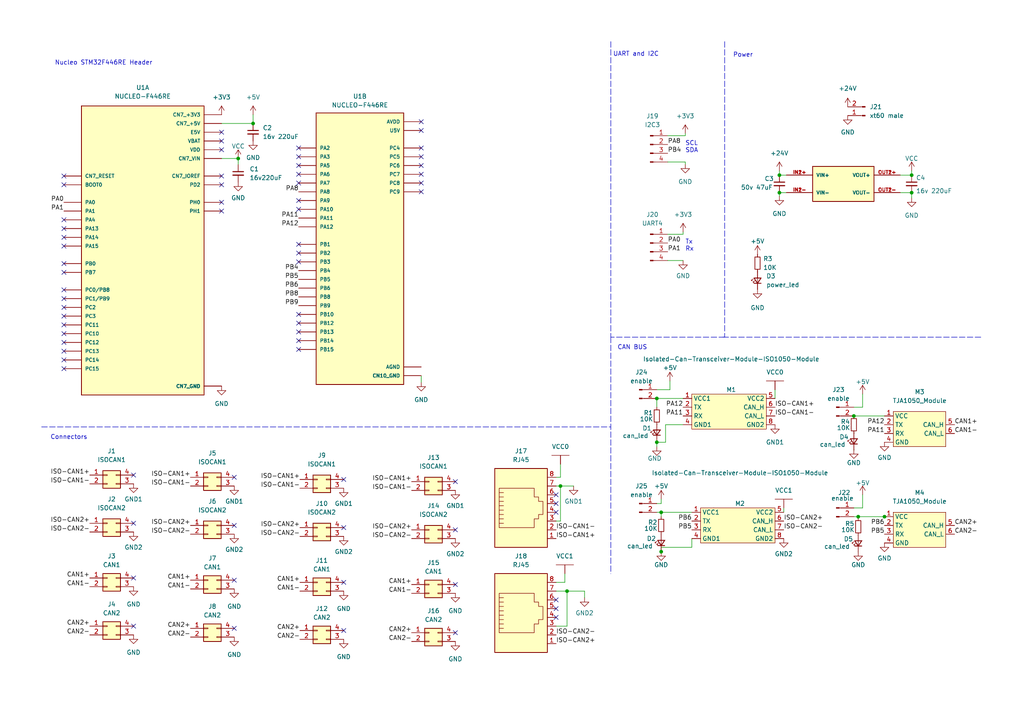
<source format=kicad_sch>
(kicad_sch (version 20211123) (generator eeschema)
  (paper "A4")
  (lib_symbols
    (symbol "Connector:Conn_01x02_Male" (pin_names (offset 1.016) hide)
      (property "Reference" "J" (at 0 2.54 0))
      (property "Value" "Conn_01x02_Male" (at 0 -5.08 0))
      (symbol "Conn_01x02_Male_1_1"
        (polyline (pts (xy 1.27 -2.54) (xy 0.8636 -2.54)) (stroke (width 0.1524)))
        (polyline (pts (xy 1.27 0) (xy 0.8636 0)) (stroke (width 0.1524)))
        (rectangle (start 0.8636 -2.413) (end 0 -2.667) (stroke (width 0.1524)) (fill (type outline)))
        (rectangle (start 0.8636 0.127) (end 0 -0.127) (stroke (width 0.1524)) (fill (type outline)))
        (pin passive line (at 5.08 0 180) (length 3.81) (name "Pin_1") (number "1"))
        (pin passive line (at 5.08 -2.54 180) (length 3.81) (name "Pin_2") (number "2"))
      )
    )
    (symbol "Connector:Conn_01x04_Male" (pin_names (offset 1.016) hide)
      (property "Reference" "J" (at 0 5.08 0))
      (property "Value" "Conn_01x04_Male" (at 0 -7.62 0))
      (symbol "Conn_01x04_Male_1_1"
        (polyline (pts (xy 1.27 -5.08) (xy 0.8636 -5.08)) (stroke (width 0.1524)))
        (polyline (pts (xy 1.27 -2.54) (xy 0.8636 -2.54)) (stroke (width 0.1524)))
        (polyline (pts (xy 1.27 0) (xy 0.8636 0)) (stroke (width 0.1524)))
        (polyline (pts (xy 1.27 2.54) (xy 0.8636 2.54)) (stroke (width 0.1524)))
        (rectangle (start 0.8636 -4.953) (end 0 -5.207) (stroke (width 0.1524)) (fill (type outline)))
        (rectangle (start 0.8636 -2.413) (end 0 -2.667) (stroke (width 0.1524)) (fill (type outline)))
        (rectangle (start 0.8636 0.127) (end 0 -0.127) (stroke (width 0.1524)) (fill (type outline)))
        (rectangle (start 0.8636 2.667) (end 0 2.413) (stroke (width 0.1524)) (fill (type outline)))
        (pin passive line (at 5.08 2.54 180) (length 3.81) (name "Pin_1") (number "1"))
        (pin passive line (at 5.08 0 180) (length 3.81) (name "Pin_2") (number "2"))
        (pin passive line (at 5.08 -2.54 180) (length 3.81) (name "Pin_3") (number "3"))
        (pin passive line (at 5.08 -5.08 180) (length 3.81) (name "Pin_4") (number "4"))
      )
    )
    (symbol "Connector:RJ45" (pin_names (offset 1.016))
      (property "Reference" "J" (at -5.08 13.97 0))
      (property "Value" "RJ45" (at 2.54 13.97 0))
      (symbol "RJ45_0_1"
        (polyline (pts (xy -5.08 4.445) (xy -6.35 4.445)))
        (polyline (pts (xy -5.08 5.715) (xy -6.35 5.715)))
        (polyline (pts (xy -6.35 -3.175) (xy -5.08 -3.175) (xy -5.08 -3.175)))
        (polyline (pts (xy -6.35 -1.905) (xy -5.08 -1.905) (xy -5.08 -1.905)))
        (polyline (pts (xy -6.35 -0.635) (xy -5.08 -0.635) (xy -5.08 -0.635)))
        (polyline (pts (xy -6.35 0.635) (xy -5.08 0.635) (xy -5.08 0.635)))
        (polyline (pts (xy -6.35 1.905) (xy -5.08 1.905) (xy -5.08 1.905)))
        (polyline (pts (xy -5.08 3.175) (xy -6.35 3.175) (xy -6.35 3.175)))
        (polyline (pts (xy -6.35 -4.445) (xy -6.35 6.985) (xy 3.81 6.985) (xy 3.81 4.445) (xy 5.08 4.445) (xy 5.08 3.175) (xy 6.35 3.175) (xy 6.35 -0.635) (xy 5.08 -0.635) (xy 5.08 -1.905) (xy 3.81 -1.905) (xy 3.81 -4.445) (xy -6.35 -4.445) (xy -6.35 -4.445)))
        (rectangle (start 7.62 12.7) (end -7.62 -10.16) (stroke (width 0.254)) (fill (type background)))
      )
      (symbol "RJ45_1_1"
        (pin passive line (at 10.16 -7.62 180) (length 2.54) (name "~") (number "1"))
        (pin passive line (at 10.16 -5.08 180) (length 2.54) (name "~") (number "2"))
        (pin passive line (at 10.16 -2.54 180) (length 2.54) (name "~") (number "3"))
        (pin passive line (at 10.16 0 180) (length 2.54) (name "~") (number "4"))
        (pin passive line (at 10.16 2.54 180) (length 2.54) (name "~") (number "5"))
        (pin passive line (at 10.16 5.08 180) (length 2.54) (name "~") (number "6"))
        (pin passive line (at 10.16 7.62 180) (length 2.54) (name "~") (number "7"))
        (pin passive line (at 10.16 10.16 180) (length 2.54) (name "~") (number "8"))
      )
    )
    (symbol "Connector_Generic:Conn_02x02_Counter_Clockwise" (pin_names (offset 1.016) hide)
      (property "Reference" "J" (at 1.27 2.54 0))
      (property "Value" "Conn_02x02_Counter_Clockwise" (at 1.27 -5.08 0))
      (symbol "Conn_02x02_Counter_Clockwise_1_1"
        (rectangle (start -1.27 -2.413) (end 0 -2.667) (stroke (width 0.1524)))
        (rectangle (start -1.27 0.127) (end 0 -0.127) (stroke (width 0.1524)))
        (rectangle (start -1.27 1.27) (end 3.81 -3.81) (stroke (width 0.254)) (fill (type background)))
        (rectangle (start 3.81 -2.413) (end 2.54 -2.667) (stroke (width 0.1524)))
        (rectangle (start 3.81 0.127) (end 2.54 -0.127) (stroke (width 0.1524)))
        (pin passive line (at -5.08 0 0) (length 3.81) (name "Pin_1") (number "1"))
        (pin passive line (at -5.08 -2.54 0) (length 3.81) (name "Pin_2") (number "2"))
        (pin passive line (at 7.62 -2.54 180) (length 3.81) (name "Pin_3") (number "3"))
        (pin passive line (at 7.62 0 180) (length 3.81) (name "Pin_4") (number "4"))
      )
    )
    (symbol "Device:C_Small" (pin_numbers hide) (pin_names (offset 0.254) hide)
      (property "Reference" "C" (at 0.254 1.778 0))
      (property "Value" "C_Small" (at 0.254 -2.032 0))
      (symbol "C_Small_0_1"
        (polyline (pts (xy -1.524 -0.508) (xy 1.524 -0.508)) (stroke (width 0.3302)))
        (polyline (pts (xy -1.524 0.508) (xy 1.524 0.508)) (stroke (width 0.3048)))
      )
      (symbol "C_Small_1_1"
        (pin passive line (at 0 2.54 270) (length 2.032) (name "~") (number "1"))
        (pin passive line (at 0 -2.54 90) (length 2.032) (name "~") (number "2"))
      )
    )
    (symbol "Device:LED_Small" (pin_numbers hide) (pin_names (offset 0.254) hide)
      (property "Reference" "D" (at -1.27 3.175 0))
      (property "Value" "LED_Small" (at -4.445 -2.54 0))
      (symbol "LED_Small_0_1"
        (polyline (pts (xy -0.762 -1.016) (xy -0.762 1.016)) (stroke (width 0.254)))
        (polyline (pts (xy 1.016 0) (xy -0.762 0)))
        (polyline (pts (xy 0.762 -1.016) (xy -0.762 0) (xy 0.762 1.016) (xy 0.762 -1.016)) (stroke (width 0.254)))
        (polyline (pts (xy 0 0.762) (xy -0.508 1.27) (xy -0.254 1.27) (xy -0.508 1.27) (xy -0.508 1.016)))
        (polyline (pts (xy 0.508 1.27) (xy 0 1.778) (xy 0.254 1.778) (xy 0 1.778) (xy 0 1.524)))
      )
      (symbol "LED_Small_1_1"
        (pin passive line (at -2.54 0 0) (length 1.778) (name "K") (number "1"))
        (pin passive line (at 2.54 0 180) (length 1.778) (name "A") (number "2"))
      )
    )
    (symbol "Device:R_Small" (pin_numbers hide) (pin_names (offset 0.254) hide)
      (property "Reference" "R" (at 0.762 0.508 0))
      (property "Value" "R_Small" (at 0.762 -1.016 0))
      (symbol "R_Small_0_1"
        (rectangle (start -0.762 1.778) (end 0.762 -1.778) (stroke (width 0.2032)))
      )
      (symbol "R_Small_1_1"
        (pin passive line (at 0 2.54 270) (length 0.762) (name "~") (number "1"))
        (pin passive line (at 0 -2.54 90) (length 0.762) (name "~") (number "2"))
      )
    )
    (symbol "GND2_1" (power) (pin_names (offset 0)) (in_bom no)
      (property "Value" "GND2" (at 0 -4.445 0))
      (symbol "GND2_1_0_1"
        (polyline (pts (xy 0 0) (xy 0 -1.27) (xy 1.27 -1.27) (xy 0 -2.54) (xy -1.27 -1.27) (xy 0 -1.27)))
      )
      (symbol "GND2_1_1_1"
        (pin power_in line (at 0 0 270) (length 0) hide (name "GND2") (number "1"))
      )
    )
    (symbol "PolyuRobotics:Isolated-Can-Transceiver-Module-ISO1050-Module"
      (property "Reference" "M" (at -10.16 7.62 0))
      (property "Value" "Isolated-Can-Transceiver-Module-ISO1050-Module" (at 0 -6.35 0))
      (property "Footprint" "PolyuRobotics:Isolated-Can-Transceiver-Module-ISO1050-Module" (at -1.27 -8.89 0))
      (symbol "Isolated-Can-Transceiver-Module-ISO1050-Module_0_0"
        (text "" (at -1.27 5.08 0) (effects (font (size 1.27 1.27))))
      )
      (symbol "Isolated-Can-Transceiver-Module-ISO1050-Module_0_1"
        (rectangle (start -11.43 6.35) (end 10.16 -3.81) (fill (type background)))
        (rectangle (start -7.62 6.35) (end -7.62 6.35))
      )
      (symbol "Isolated-Can-Transceiver-Module-ISO1050-Module_1_1"
        (pin power_in line (at -13.97 5.08 0) (length 2.54) (name "VCC1") (number "1"))
        (pin bidirectional line (at -13.97 2.54 0) (length 2.54) (name "TX") (number "2"))
        (pin bidirectional line (at -13.97 0 0) (length 2.54) (name "RX") (number "3"))
        (pin power_in line (at -13.97 -2.54 0) (length 2.54) (name "GND1") (number "4"))
        (pin power_in line (at 12.7 5.08 180) (length 2.54) (name "VCC2") (number "5"))
        (pin bidirectional line (at 12.7 2.54 180) (length 2.54) (name "CAN_H") (number "6"))
        (pin bidirectional line (at 12.7 0 180) (length 2.54) (name "CAN_L") (number "7"))
        (pin power_in line (at 12.7 -2.54 180) (length 2.54) (name "GND2") (number "8"))
      )
    )
    (symbol "PolyuRobotics:MP1584" (pin_names (offset 1.016))
      (symbol "MP1584_0_0"
        (rectangle (start -7.62 -5.08) (end 10.16 5.08) (stroke (width 0.254)) (fill (type background)))
        (pin input line (at -15.24 2.54 0) (length 7.62) (name "VIN+") (number "IN1+"))
        (pin input line (at -15.24 -2.54 0) (length 7.62) (name "VIN-") (number "IN1-"))
        (pin input line (at -15.24 2.54 0) (length 7.62) (name "VIN+") (number "IN2+"))
        (pin input line (at -15.24 -2.54 0) (length 7.62) (name "VIN-") (number "IN2-"))
        (pin output line (at 17.78 2.54 180) (length 7.62) (name "VOUT+") (number "OUT1+"))
        (pin output line (at 17.78 -2.54 180) (length 7.62) (name "VOUT-") (number "OUT1-"))
        (pin output line (at 17.78 2.54 180) (length 7.62) (name "VOUT+") (number "OUT2+"))
        (pin output line (at 17.78 -2.54 180) (length 7.62) (name "VOUT-") (number "OUT2-"))
      )
    )
    (symbol "PolyuRobotics:NUCLEO-F446RE" (pin_numbers hide) (pin_names (offset 1.016))
      (property "Reference" "U" (at -17.78 41.91 0))
      (property "Value" "NUCLEO-F446RE" (at -17.78 -44.45 0))
      (symbol "NUCLEO-F446RE_1_0"
        (rectangle (start -17.78 -43.18) (end 17.78 40.64) (stroke (width 0.254)) (fill (type background)))
        (pin bidirectional line (at -22.86 -25.4 0) (length 5.08) (name "PC10") (number "CN7_1"))
        (pin bidirectional line (at 22.86 20.32 180) (length 5.08) (name "CN7_IOREF") (number "CN7_12"))
        (pin bidirectional line (at -22.86 5.08 0) (length 5.08) (name "PA13") (number "CN7_13"))
        (pin bidirectional line (at -22.86 20.32 0) (length 5.08) (name "CN7_RESET") (number "CN7_14"))
        (pin bidirectional line (at -22.86 2.54 0) (length 5.08) (name "PA14") (number "CN7_15"))
        (pin power_in line (at 22.86 38.1 180) (length 5.08) (name "CN7_+3V3") (number "CN7_16"))
        (pin bidirectional line (at -22.86 0 0) (length 5.08) (name "PA15") (number "CN7_17"))
        (pin power_in line (at 22.86 35.56 180) (length 5.08) (name "CN7_+5V") (number "CN7_18"))
        (pin power_in line (at 22.86 -40.64 180) (length 5.08) (name "CN7_GND") (number "CN7_19"))
        (pin bidirectional line (at -22.86 -22.86 0) (length 5.08) (name "PC11") (number "CN7_2"))
        (pin power_in line (at 22.86 -40.64 180) (length 5.08) (name "CN7_GND") (number "CN7_20"))
        (pin bidirectional line (at -22.86 -7.62 0) (length 5.08) (name "PB7") (number "CN7_21"))
        (pin power_in line (at 22.86 -40.64 180) (length 5.08) (name "CN7_GND") (number "CN7_22"))
        (pin bidirectional line (at -22.86 -30.48 0) (length 5.08) (name "PC13") (number "CN7_23"))
        (pin power_in line (at 22.86 25.4 180) (length 5.08) (name "CN7_VIN") (number "CN7_24"))
        (pin bidirectional line (at -22.86 -33.02 0) (length 5.08) (name "PC14") (number "CN7_25"))
        (pin bidirectional line (at -22.86 -35.56 0) (length 5.08) (name "PC15") (number "CN7_27"))
        (pin bidirectional line (at -22.86 12.7 0) (length 5.08) (name "PA0") (number "CN7_28"))
        (pin bidirectional line (at 22.86 12.7 180) (length 5.08) (name "PH0") (number "CN7_29"))
        (pin bidirectional line (at -22.86 -27.94 0) (length 5.08) (name "PC12") (number "CN7_3"))
        (pin bidirectional line (at -22.86 10.16 0) (length 5.08) (name "PA1") (number "CN7_30"))
        (pin bidirectional line (at 22.86 10.16 180) (length 5.08) (name "PH1") (number "CN7_31"))
        (pin bidirectional line (at -22.86 7.62 0) (length 5.08) (name "PA4") (number "CN7_32"))
        (pin power_in line (at 22.86 30.48 180) (length 5.08) (name "VBAT") (number "CN7_33"))
        (pin bidirectional line (at -22.86 -5.08 0) (length 5.08) (name "PB0") (number "CN7_34"))
        (pin bidirectional line (at -22.86 -17.78 0) (length 5.08) (name "PC2") (number "CN7_35"))
        (pin bidirectional line (at -22.86 -15.24 0) (length 5.08) (name "PC1/PB9") (number "CN7_36"))
        (pin bidirectional line (at -22.86 -20.32 0) (length 5.08) (name "PC3") (number "CN7_37"))
        (pin bidirectional line (at -22.86 -12.7 0) (length 5.08) (name "PC0/PB8") (number "CN7_38"))
        (pin bidirectional line (at 22.86 17.78 180) (length 5.08) (name "PD2") (number "CN7_4"))
        (pin power_in line (at 22.86 27.94 180) (length 5.08) (name "VDD") (number "CN7_5"))
        (pin power_in line (at 22.86 33.02 180) (length 5.08) (name "E5V") (number "CN7_6"))
        (pin bidirectional line (at -22.86 17.78 0) (length 5.08) (name "BOOT0") (number "CN7_7"))
        (pin power_in line (at 22.86 -40.64 180) (length 5.08) (name "CN7_GND") (number "CN7_8"))
      )
      (symbol "NUCLEO-F446RE_2_0"
        (rectangle (start -12.7 -40.64) (end 12.7 38.1) (stroke (width 0.254)) (fill (type background)))
        (pin bidirectional line (at 17.78 15.24 180) (length 5.08) (name "PC9") (number "CN10_1"))
        (pin bidirectional line (at -17.78 22.86 0) (length 5.08) (name "PA5") (number "CN10_11"))
        (pin bidirectional line (at -17.78 5.08 0) (length 5.08) (name "PA12") (number "CN10_12"))
        (pin bidirectional line (at -17.78 20.32 0) (length 5.08) (name "PA6") (number "CN10_13"))
        (pin bidirectional line (at -17.78 7.62 0) (length 5.08) (name "PA11") (number "CN10_14"))
        (pin bidirectional line (at -17.78 17.78 0) (length 5.08) (name "PA7") (number "CN10_15"))
        (pin bidirectional line (at -17.78 -22.86 0) (length 5.08) (name "PB12") (number "CN10_16"))
        (pin bidirectional line (at -17.78 -12.7 0) (length 5.08) (name "PB6") (number "CN10_17"))
        (pin bidirectional line (at 17.78 20.32 180) (length 5.08) (name "PC7") (number "CN10_19"))
        (pin bidirectional line (at 17.78 17.78 180) (length 5.08) (name "PC8") (number "CN10_2"))
        (pin power_in line (at 17.78 -38.1 180) (length 5.08) (name "CN10_GND") (number "CN10_20"))
        (pin bidirectional line (at -17.78 12.7 0) (length 5.08) (name "PA9") (number "CN10_21"))
        (pin bidirectional line (at -17.78 -2.54 0) (length 5.08) (name "PB2") (number "CN10_22"))
        (pin bidirectional line (at -17.78 15.24 0) (length 5.08) (name "PA8") (number "CN10_23"))
        (pin bidirectional line (at -17.78 0 0) (length 5.08) (name "PB1") (number "CN10_24"))
        (pin bidirectional line (at -17.78 -20.32 0) (length 5.08) (name "PB10") (number "CN10_25"))
        (pin bidirectional line (at -17.78 -30.48 0) (length 5.08) (name "PB15") (number "CN10_26"))
        (pin bidirectional line (at -17.78 -7.62 0) (length 5.08) (name "PB4") (number "CN10_27"))
        (pin bidirectional line (at -17.78 -27.94 0) (length 5.08) (name "PB14") (number "CN10_28"))
        (pin bidirectional line (at -17.78 -10.16 0) (length 5.08) (name "PB5") (number "CN10_29"))
        (pin bidirectional line (at -17.78 -15.24 0) (length 5.08) (name "PB8") (number "CN10_3"))
        (pin bidirectional line (at -17.78 -25.4 0) (length 5.08) (name "PB13") (number "CN10_30"))
        (pin bidirectional line (at -17.78 -5.08 0) (length 5.08) (name "PB3") (number "CN10_31"))
        (pin power_in line (at 17.78 -35.56 180) (length 5.08) (name "AGND") (number "CN10_32"))
        (pin bidirectional line (at -17.78 10.16 0) (length 5.08) (name "PA10") (number "CN10_33"))
        (pin bidirectional line (at 17.78 27.94 180) (length 5.08) (name "PC4") (number "CN10_34"))
        (pin bidirectional line (at -17.78 27.94 0) (length 5.08) (name "PA2") (number "CN10_35"))
        (pin bidirectional line (at -17.78 25.4 0) (length 5.08) (name "PA3") (number "CN10_37"))
        (pin bidirectional line (at 17.78 22.86 180) (length 5.08) (name "PC6") (number "CN10_4"))
        (pin bidirectional line (at -17.78 -17.78 0) (length 5.08) (name "PB9") (number "CN10_5"))
        (pin bidirectional line (at 17.78 25.4 180) (length 5.08) (name "PC5") (number "CN10_6"))
        (pin power_in line (at 17.78 35.56 180) (length 5.08) (name "AVDD") (number "CN10_7"))
        (pin power_in line (at 17.78 33.02 180) (length 5.08) (name "U5V") (number "CN10_8"))
        (pin power_in line (at 17.78 -38.1 180) (length 5.08) (name "CN10_GND") (number "CN10_9"))
      )
    )
    (symbol "PolyuRobotics:TJA1050_Module"
      (property "Reference" "M" (at 0 7.62 0))
      (property "Value" "TJA1050_Module" (at 0 -5.08 0))
      (symbol "TJA1050_Module_0_0"
        (text "" (at 7.62 0 0) (effects (font (size 1.27 1.27))))
      )
      (symbol "TJA1050_Module_0_1"
        (rectangle (start -7.62 6.35) (end 7.62 -3.81) (fill (type background)))
      )
      (symbol "TJA1050_Module_1_1"
        (pin power_in line (at -10.16 5.08 0) (length 2.54) (name "VCC") (number "1"))
        (pin bidirectional line (at -10.16 2.54 0) (length 2.54) (name "TX") (number "2"))
        (pin bidirectional line (at -10.16 0 0) (length 2.54) (name "RX") (number "3"))
        (pin power_in line (at -10.16 -2.54 0) (length 2.54) (name "GND") (number "4"))
        (pin bidirectional line (at 10.16 2.54 180) (length 2.54) (name "CAN_H") (number "5"))
        (pin bidirectional line (at 10.16 0 180) (length 2.54) (name "CAN_L") (number "6"))
      )
    )
    (symbol "PolyuRobotics:VCC0" (power) (in_bom no)
      (property "Value" "VCC0" (at 0 3.81 0))
      (symbol "VCC0_0_1"
        (polyline (pts (xy -2.54 2.54) (xy 2.54 2.54) (xy 1.27 2.54)))
      )
      (symbol "VCC0_1_1"
        (pin power_in line (at 0 0 90) (length 2.54) (name "") (number ""))
      )
    )
    (symbol "PolyuRobotics:VCC1" (power) (in_bom no)
      (property "Value" "VCC1" (at 0 3.81 0))
      (symbol "VCC1_0_1"
        (polyline (pts (xy -2.54 2.54) (xy 2.54 2.54) (xy 1.27 2.54)))
      )
      (symbol "VCC1_1_1"
        (pin power_in line (at 0 0 90) (length 2.54) (name "") (number ""))
      )
    )
    (symbol "TJA1050_Module_1"
      (property "Reference" "M" (at 0 7.62 0))
      (property "Value" "TJA1050_Module_1" (at 0 -5.08 0))
      (symbol "TJA1050_Module_1_0_0"
        (text "" (at 7.62 0 0) (effects (font (size 1.27 1.27))))
      )
      (symbol "TJA1050_Module_1_0_1"
        (rectangle (start -7.62 6.35) (end 7.62 -3.81) (fill (type background)))
      )
      (symbol "TJA1050_Module_1_1_1"
        (pin power_in line (at -10.16 5.08 0) (length 2.54) (name "VCC") (number "1"))
        (pin bidirectional line (at -10.16 2.54 0) (length 2.54) (name "TX") (number "2"))
        (pin bidirectional line (at -10.16 0 0) (length 2.54) (name "RX") (number "3"))
        (pin power_in line (at -10.16 -2.54 0) (length 2.54) (name "GND") (number "4"))
        (pin bidirectional line (at 10.16 2.54 180) (length 2.54) (name "CAN_H") (number "5"))
        (pin bidirectional line (at 10.16 0 180) (length 2.54) (name "CAN_L") (number "6"))
      )
    )
    (symbol "power:+24V" (power) (pin_names (offset 0))
      (property "Value" "+24V" (at 0 3.556 0))
      (symbol "+24V_0_1"
        (polyline (pts (xy -0.762 1.27) (xy 0 2.54)))
        (polyline (pts (xy 0 0) (xy 0 2.54)))
        (polyline (pts (xy 0 2.54) (xy 0.762 1.27)))
      )
      (symbol "+24V_1_1"
        (pin power_in line (at 0 0 90) (length 0) hide (name "+24V") (number "1"))
      )
    )
    (symbol "power:+3.3V" (power) (pin_names (offset 0))
      (property "Value" "+3.3V" (at 0 3.556 0))
      (symbol "+3.3V_0_1"
        (polyline (pts (xy -0.762 1.27) (xy 0 2.54)))
        (polyline (pts (xy 0 0) (xy 0 2.54)))
        (polyline (pts (xy 0 2.54) (xy 0.762 1.27)))
      )
      (symbol "+3.3V_1_1"
        (pin power_in line (at 0 0 90) (length 0) hide (name "+3V3") (number "1"))
      )
    )
    (symbol "power:+5V" (power) (pin_names (offset 0))
      (property "Value" "+5V" (at 0 3.556 0))
      (symbol "+5V_0_1"
        (polyline (pts (xy -0.762 1.27) (xy 0 2.54)))
        (polyline (pts (xy 0 0) (xy 0 2.54)))
        (polyline (pts (xy 0 2.54) (xy 0.762 1.27)))
      )
      (symbol "+5V_1_1"
        (pin power_in line (at 0 0 90) (length 0) hide (name "+5V") (number "1"))
      )
    )
    (symbol "power:GND" (power) (pin_names (offset 0))
      (property "Value" "GND" (at 0 -3.81 0))
      (symbol "GND_0_1"
        (polyline (pts (xy 0 0) (xy 0 -1.27) (xy 1.27 -1.27) (xy 0 -2.54) (xy -1.27 -1.27) (xy 0 -1.27)))
      )
      (symbol "GND_1_1"
        (pin power_in line (at 0 0 270) (length 0) hide (name "GND") (number "1"))
      )
    )
    (symbol "power:GND1" (power) (pin_names (offset 0))
      (property "Value" "GND1" (at 0 -3.81 0))
      (symbol "GND1_0_1"
        (polyline (pts (xy 0 0) (xy 0 -1.27) (xy 1.27 -1.27) (xy 0 -2.54) (xy -1.27 -1.27) (xy 0 -1.27)))
      )
      (symbol "GND1_1_1"
        (pin power_in line (at 0 0 270) (length 0) hide (name "GND1") (number "1"))
      )
    )
    (symbol "power:GND2" (power) (pin_names (offset 0))
      (property "Value" "GND2" (at 0 -3.81 0))
      (symbol "GND2_0_1"
        (polyline (pts (xy 0 0) (xy 0 -1.27) (xy 1.27 -1.27) (xy 0 -2.54) (xy -1.27 -1.27) (xy 0 -1.27)))
      )
      (symbol "GND2_1_1"
        (pin power_in line (at 0 0 270) (length 0) hide (name "GND2") (number "1"))
      )
    )
    (symbol "power:VCC" (power) (pin_names (offset 0))
      (property "Value" "VCC" (at 0 3.81 0))
      (symbol "VCC_0_1"
        (polyline (pts (xy -0.762 1.27) (xy 0 2.54)))
        (polyline (pts (xy 0 0) (xy 0 2.54)))
        (polyline (pts (xy 0 2.54) (xy 0.762 1.27)))
      )
      (symbol "VCC_1_1"
        (pin power_in line (at 0 0 90) (length 0) hide (name "VCC") (number "1"))
      )
    )
  )
  (junction (at 264.414 50.8))
  (junction (at 191.77 160.02))
  (junction (at 69.088 45.974))
  (junction (at 190.5 128.27))
  (junction (at 73.406 35.814))
  (junction (at 162.56 140.97))
  (junction (at 247.65 120.65))
  (junction (at 226.06 50.8))
  (junction (at 256.54 149.86))
  (junction (at 248.92 149.86))
  (junction (at 264.414 55.88))
  (junction (at 190.5 115.57))
  (junction (at 191.77 148.59))
  (junction (at 226.06 55.88))
  (junction (at 164.465 171.45))
  (no_connect (at 99.695 182.88))
  (no_connect (at 67.945 138.43))
  (no_connect (at 86.614 93.726))
  (no_connect (at 86.614 96.266))
  (no_connect (at 86.614 98.806))
  (no_connect (at 86.614 101.346))
  (no_connect (at 18.542 63.754))
  (no_connect (at 18.542 66.294))
  (no_connect (at 18.542 68.834))
  (no_connect (at 18.542 71.374))
  (no_connect (at 18.542 76.454))
  (no_connect (at 18.542 78.994))
  (no_connect (at 18.542 84.074))
  (no_connect (at 122.174 35.306))
  (no_connect (at 122.174 37.846))
  (no_connect (at 64.262 38.354))
  (no_connect (at 67.945 168.275))
  (no_connect (at 38.735 137.795))
  (no_connect (at 38.735 151.765))
  (no_connect (at 99.695 153.035))
  (no_connect (at 99.695 168.91))
  (no_connect (at 132.08 153.67))
  (no_connect (at 161.29 148.59))
  (no_connect (at 161.29 146.05))
  (no_connect (at 64.262 58.674))
  (no_connect (at 64.262 61.214))
  (no_connect (at 64.262 51.054))
  (no_connect (at 18.542 51.054))
  (no_connect (at 18.542 53.594))
  (no_connect (at 86.614 91.186))
  (no_connect (at 64.262 43.434))
  (no_connect (at 132.08 169.545))
  (no_connect (at 99.695 139.065))
  (no_connect (at 67.945 182.245))
  (no_connect (at 38.735 181.61))
  (no_connect (at 38.735 167.64))
  (no_connect (at 161.29 143.51))
  (no_connect (at 161.29 176.53))
  (no_connect (at 161.29 173.99))
  (no_connect (at 161.29 179.07))
  (no_connect (at 132.08 183.515))
  (no_connect (at 122.174 42.926))
  (no_connect (at 122.174 45.466))
  (no_connect (at 122.174 48.006))
  (no_connect (at 122.174 50.546))
  (no_connect (at 122.174 53.086))
  (no_connect (at 18.542 86.614))
  (no_connect (at 18.542 89.154))
  (no_connect (at 18.542 91.694))
  (no_connect (at 18.542 94.234))
  (no_connect (at 18.542 96.774))
  (no_connect (at 18.542 99.314))
  (no_connect (at 18.542 101.854))
  (no_connect (at 18.542 104.394))
  (no_connect (at 18.542 106.934))
  (no_connect (at 64.262 40.894))
  (no_connect (at 64.262 53.594))
  (no_connect (at 122.174 55.626))
  (no_connect (at 86.614 42.926))
  (no_connect (at 86.614 45.466))
  (no_connect (at 86.614 48.006))
  (no_connect (at 86.614 50.546))
  (no_connect (at 86.614 53.086))
  (no_connect (at 86.614 58.166))
  (no_connect (at 86.614 60.706))
  (no_connect (at 86.614 70.866))
  (no_connect (at 86.614 73.406))
  (no_connect (at 86.614 75.946))
  (no_connect (at 67.945 152.4))
  (no_connect (at 132.08 139.7))
  (wire (pts (xy 190.5 146.05) (xy 191.77 146.05)))
  (wire (pts (xy 250.19 143.51) (xy 250.19 147.32)))
  (wire (pts (xy 191.77 146.05) (xy 191.77 144.78)))
  (wire (pts (xy 247.65 149.86) (xy 248.92 149.86)))
  (wire (pts (xy 248.92 149.86) (xy 248.92 150.241)))
  (wire (pts (xy 169.545 171.45) (xy 169.545 173.355)))
  (wire (pts (xy 193.675 39.37) (xy 198.755 39.37)))
  (wire (pts (xy 190.5 128.27) (xy 190.5 129.54)))
  (wire (pts (xy 193.04 128.27) (xy 190.5 128.27)))
  (wire (pts (xy 198.755 39.37) (xy 198.755 38.735)))
  (wire (pts (xy 161.29 181.61) (xy 164.465 181.61)))
  (wire (pts (xy 190.5 148.59) (xy 191.77 148.59)))
  (wire (pts (xy 248.92 155.321) (xy 248.92 155.067)))
  (wire (pts (xy 162.56 134.62) (xy 162.56 138.43)))
  (wire (pts (xy 191.77 148.59) (xy 200.66 148.59)))
  (wire (pts (xy 164.465 171.45) (xy 169.545 171.45)))
  (wire (pts (xy 161.29 151.13) (xy 162.56 151.13)))
  (polyline (pts (xy 284.48 97.79) (xy 209.55 97.79)))
  (wire (pts (xy 226.06 49.53) (xy 226.06 50.8)))
  (wire (pts (xy 161.29 140.97) (xy 162.56 140.97)))
  (wire (pts (xy 261.112 50.8) (xy 264.414 50.8)))
  (wire (pts (xy 250.19 118.11) (xy 247.65 118.11)))
  (wire (pts (xy 200.66 156.21) (xy 200.66 158.75)))
  (wire (pts (xy 64.262 45.974) (xy 69.088 45.974)))
  (wire (pts (xy 193.04 123.19) (xy 193.04 128.27)))
  (wire (pts (xy 161.29 168.91) (xy 163.83 168.91)))
  (wire (pts (xy 256.54 149.733) (xy 256.54 149.86)))
  (wire (pts (xy 190.5 115.57) (xy 198.12 115.57)))
  (wire (pts (xy 198.12 123.19) (xy 193.04 123.19)))
  (wire (pts (xy 69.088 47.752) (xy 69.088 45.974)))
  (wire (pts (xy 161.29 138.43) (xy 162.56 138.43)))
  (wire (pts (xy 248.92 160.147) (xy 248.92 160.02)))
  (wire (pts (xy 162.56 140.97) (xy 166.37 140.97)))
  (wire (pts (xy 261.112 55.88) (xy 264.414 55.88)))
  (wire (pts (xy 162.56 151.13) (xy 162.56 140.97)))
  (wire (pts (xy 194.31 113.03) (xy 190.5 113.03)))
  (polyline (pts (xy 177.165 12.065) (xy 177.165 97.79)))
  (wire (pts (xy 224.79 113.03) (xy 224.79 115.57)))
  (wire (pts (xy 264.414 49.53) (xy 264.414 50.8)))
  (polyline (pts (xy 12.065 123.825) (xy 177.165 123.825)))
  (wire (pts (xy 226.06 55.88) (xy 226.06 56.896)))
  (wire (pts (xy 191.77 158.75) (xy 191.77 160.02)))
  (wire (pts (xy 226.06 50.8) (xy 228.092 50.8)))
  (wire (pts (xy 226.06 55.88) (xy 228.092 55.88)))
  (wire (pts (xy 247.65 125.73) (xy 247.65 125.476)))
  (wire (pts (xy 163.83 168.91) (xy 163.83 166.37)))
  (wire (pts (xy 193.675 46.99) (xy 198.755 46.99)))
  (polyline (pts (xy 210.185 97.79) (xy 177.165 97.79)))
  (wire (pts (xy 264.414 55.88) (xy 264.414 57.404)))
  (polyline (pts (xy 177.165 97.79) (xy 177.165 166.37)))
  (wire (pts (xy 198.12 67.31) (xy 198.12 67.945)))
  (wire (pts (xy 250.19 147.32) (xy 247.65 147.32)))
  (wire (pts (xy 198.755 47.625) (xy 198.755 46.99)))
  (wire (pts (xy 250.19 114.3) (xy 250.19 118.11)))
  (wire (pts (xy 122.174 108.966) (xy 122.174 110.871)))
  (wire (pts (xy 248.92 149.86) (xy 256.54 149.86)))
  (wire (pts (xy 193.675 75.565) (xy 198.12 75.565)))
  (wire (pts (xy 200.66 158.75) (xy 191.77 158.75)))
  (wire (pts (xy 190.5 123.19) (xy 190.5 122.936)))
  (wire (pts (xy 194.31 110.49) (xy 194.31 113.03)))
  (wire (pts (xy 198.12 67.945) (xy 193.675 67.945)))
  (wire (pts (xy 190.5 128.016) (xy 190.5 128.27)))
  (wire (pts (xy 73.406 35.814) (xy 64.262 35.814)))
  (wire (pts (xy 247.65 120.65) (xy 256.54 120.65)))
  (wire (pts (xy 73.406 33.274) (xy 73.406 35.814)))
  (wire (pts (xy 161.29 171.45) (xy 164.465 171.45)))
  (wire (pts (xy 227.33 147.32) (xy 227.33 148.59)))
  (wire (pts (xy 190.5 115.57) (xy 190.5 118.11)))
  (polyline (pts (xy 210.185 12.065) (xy 210.185 97.79)))
  (wire (pts (xy 247.65 130.556) (xy 247.65 130.429)))
  (wire (pts (xy 164.465 181.61) (xy 164.465 171.45)))
  (wire (pts (xy 191.77 148.59) (xy 191.77 149.86)))
  (text "Connectors" (at 14.605 127.635 0) (effects (font (size 1.27 1.27)) (justify left bottom)))
  (text "Tx\nRx" (at 198.755 73.025 0) (effects (font (size 1.27 1.27)) (justify left bottom)))
  (text "UART and I2C " (at 177.8 16.51 0) (effects (font (size 1.27 1.27)) (justify left bottom)))
  (text "Nucleo STM32F446RE Header" (at 15.875 19.05 0) (effects (font (size 1.27 1.27)) (justify left bottom)))
  (text "CAN BUS\n" (at 179.07 101.6 0) (effects (font (size 1.27 1.27)) (justify left bottom)))
  (text "Power\n" (at 212.598 16.764 0) (effects (font (size 1.27 1.27)) (justify left bottom)))
  (text "SCL\nSDA" (at 198.755 44.45 0) (effects (font (size 1.27 1.27)) (justify left bottom)))
  (label "ISO-CAN2-" (at 86.995 155.575 180))
  (label "PB4" (at 193.675 44.45 0))
  (label "PA1" (at 18.542 61.214 180))
  (label "PA11" (at 198.12 120.65 180))
  (label "CAN2+" (at 55.245 182.245 180))
  (label "PB6" (at 256.54 152.4 180))
  (label "PA8" (at 193.675 41.91 0))
  (label "PA11" (at 256.54 125.73 180))
  (label "PB9" (at 86.614 88.646 180))
  (label "ISO-CAN2-" (at 26.035 154.305 180))
  (label "CAN2-" (at 86.995 185.42 180))
  (label "ISO-CAN1-" (at 26.035 140.335 180))
  (label "PA12" (at 256.54 123.19 180))
  (label "ISO-CAN1-" (at 119.38 142.24 180))
  (label "ISO-CAN2+" (at 86.995 153.035 180))
  (label "PB8" (at 86.614 86.106 180))
  (label "CAN2+" (at 86.995 182.88 180))
  (label "PA12" (at 198.12 118.11 180))
  (label "CAN1-" (at 55.245 170.815 180))
  (label "PA12" (at 86.614 65.786 180))
  (label "ISO-CAN1-" (at 161.29 153.67 0))
  (label "CAN1-" (at 86.995 171.45 180))
  (label "ISO-CAN2+" (at 26.035 151.765 180))
  (label "PB5" (at 86.614 81.026 180))
  (label "CAN2+" (at 276.86 152.4 0))
  (label "ISO-CAN1+" (at 161.29 156.21 0))
  (label "CAN1+" (at 119.38 169.545 180))
  (label "CAN1+" (at 86.995 168.91 180))
  (label "ISO-CAN2-" (at 55.245 154.94 180))
  (label "ISO-CAN1+" (at 86.995 139.065 180))
  (label "CAN2-" (at 26.035 184.15 180))
  (label "PB6" (at 200.66 151.13 180))
  (label "PA0" (at 193.675 70.485 0))
  (label "CAN2-" (at 119.38 186.055 180))
  (label "ISO-CAN1+" (at 119.38 139.7 180))
  (label "CAN2-" (at 55.245 184.785 180))
  (label "PA1" (at 193.675 73.025 0))
  (label "CAN2+" (at 119.38 183.515 180))
  (label "ISO-CAN1+" (at 55.245 138.43 180))
  (label "ISO-CAN2-" (at 161.29 184.15 0))
  (label "ISO-CAN2-" (at 119.38 156.21 180))
  (label "ISO-CAN2+" (at 119.38 153.67 180))
  (label "PB4" (at 86.614 78.486 180))
  (label "PB5" (at 256.54 154.94 180))
  (label "CAN2-" (at 276.86 154.94 0))
  (label "ISO-CAN2+" (at 55.245 152.4 180))
  (label "ISO-CAN2+" (at 227.33 151.13 0))
  (label "PB5" (at 200.66 153.67 180))
  (label "CAN1+" (at 26.035 167.64 180))
  (label "PA11" (at 86.614 63.246 180))
  (label "CAN1-" (at 119.38 172.085 180))
  (label "CAN1+" (at 276.86 123.19 0))
  (label "PA8" (at 86.614 55.626 180))
  (label "CAN1+" (at 55.245 168.275 180))
  (label "PB6" (at 86.614 83.566 180))
  (label "ISO-CAN1+" (at 26.035 137.795 180))
  (label "ISO-CAN1+" (at 224.79 118.11 0))
  (label "ISO-CAN1-" (at 86.995 141.605 180))
  (label "CAN1-" (at 26.035 170.18 180))
  (label "CAN1-" (at 276.86 125.73 0))
  (label "ISO-CAN1-" (at 55.245 140.97 180))
  (label "ISO-CAN1-" (at 224.79 120.65 0))
  (label "ISO-CAN2+" (at 161.29 186.69 0))
  (label "CAN2+" (at 26.035 181.61 180))
  (label "PA0" (at 18.542 58.674 180))
  (label "ISO-CAN2-" (at 227.33 153.67 0))
  (symbol (lib_id "Connector:Conn_01x02_Male") (at 242.57 118.11 0) (unit 1)
    (property "Reference" "J23" (at 243.205 113.03 0))
    (property "Value" "enable" (at 243.205 115.57 0))
    (property "Footprint" "Connector_PinHeader_2.54mm:PinHeader_1x02_P2.54mm_Vertical" (effects hide))
  )
  (symbol (lib_id "PolyuRobotics:NUCLEO-F446RE") (at 41.402 71.374 0) (unit 1)
    (property "Reference" "U1" (at 41.402 25.4 0))
    (property "Value" "NUCLEO-F446RE" (at 41.402 27.94 0))
    (property "Footprint" "PolyuRobotics:NUCLEO-F446RE" (effects hide))
    (property "STANDARD" "Manufacturer Recommendations" (effects hide))
    (property "MANUFACTURER" "STMicroelectronics" (effects hide))
    (property "PARTREV" "13" (effects hide))
  )
  (symbol (lib_id "Connector_Generic:Conn_02x02_Counter_Clockwise") (at 92.075 168.91 0) (unit 1)
    (property "Reference" "J11" (at 93.345 162.56 0))
    (property "Value" "CAN1" (at 93.345 165.1 0))
    (property "Footprint" "Connector_Molex:Molex_Micro-Fit_3.0_43045-0400_2x02_P3.00mm_Horizontal" (effects hide))
  )
  (symbol (lib_id "power:GND") (at 38.735 184.15 0) (unit 1)
    (property "Reference" "#PWR0122" (effects hide))
    (property "Value" "GND" (at 38.735 189.23 0))
  )
  (symbol (lib_id "power:GND1") (at 166.37 140.97 0) (unit 1)
    (property "Reference" "#PWR0138" (effects hide))
    (property "Value" "GND1" (at 166.37 145.415 0))
  )
  (symbol (lib_id "Connector:RJ45") (at 151.13 148.59 0) (unit 1)
    (property "Reference" "J17" (at 151.13 130.81 0))
    (property "Value" "RJ45" (at 151.13 133.35 0))
    (property "Footprint" "Connector_RJ:RJ45_Amphenol_RJHSE5380" (effects hide))
  )
  (symbol (lib_id "Connector_Generic:Conn_02x02_Counter_Clockwise") (at 31.115 181.61 0) (unit 1)
    (property "Reference" "J4" (at 32.385 175.26 0))
    (property "Value" "CAN2" (at 32.385 177.8 0))
    (property "Footprint" "Connector_Molex:Molex_Micro-Fit_3.0_43045-0400_2x02_P3.00mm_Horizontal" (effects hide))
  )
  (symbol (lib_id "Device:R_Small") (at 248.92 152.781 0) (unit 1)
    (property "Reference" "R5" (at 245.11 151.892 0) (effects (justify left)))
    (property "Value" "10K" (at 243.967 153.67 0) (effects (justify left)))
    (property "Footprint" "Resistor_SMD:R_0805_2012Metric_Pad1.20x1.40mm_HandSolder" (effects hide))
  )
  (symbol (lib_id "Connector:Conn_01x04_Male") (at 188.595 41.91 0) (unit 1)
    (property "Reference" "J19" (at 189.23 33.655 0))
    (property "Value" "I2C3" (at 189.23 36.195 0))
    (property "Footprint" "Connector_PinHeader_2.54mm:PinHeader_1x04_P2.54mm_Vertical" (effects hide))
  )
  (symbol (lib_id "Connector_Generic:Conn_02x02_Counter_Clockwise") (at 124.46 183.515 0) (unit 1)
    (property "Reference" "J16" (at 125.73 177.165 0))
    (property "Value" "CAN2" (at 125.73 179.705 0))
    (property "Footprint" "Connector_Molex:Molex_Micro-Fit_3.0_43045-0400_2x02_P3.00mm_Horizontal" (effects hide))
  )
  (symbol (lib_id "power:GND") (at 132.08 186.055 0) (unit 1)
    (property "Reference" "#PWR0131" (effects hide))
    (property "Value" "GND" (at 132.08 191.135 0))
  )
  (symbol (lib_id "power:GND1") (at 67.945 140.97 0) (unit 1)
    (property "Reference" "#PWR0127" (effects hide))
    (property "Value" "GND1" (at 67.945 145.415 0))
  )
  (symbol (lib_id "Device:LED_Small") (at 191.77 157.48 90) (unit 1)
    (property "Reference" "D2" (at 187.579 156.21 90) (effects (justify right)))
    (property "Value" "can_led" (at 181.864 158.369 90) (effects (justify right)))
    (property "Footprint" "LED_SMD:LED_0805_2012Metric_Pad1.15x1.40mm_HandSolder" (effects hide))
  )
  (symbol (lib_id "power:GND") (at 247.65 130.429 0) (unit 1)
    (property "Reference" "#PWR0153" (effects hide))
    (property "Value" "GND" (at 247.65 134.239 0))
  )
  (symbol (lib_name "TJA1050_Module_1") (lib_id "PolyuRobotics:TJA1050_Module") (at 266.7 125.73 0) (unit 1)
    (property "Reference" "M3" (at 266.7397 113.665 0))
    (property "Value" "TJA1050_Module" (at 266.7397 116.205 0))
    (property "Footprint" "PolyuRobotics:TJA1050_CAN_Module" (effects hide))
  )
  (symbol (lib_id "power:+24V") (at 245.872 30.988 0) (unit 1)
    (property "Reference" "#PWR0148" (effects hide))
    (property "Value" "+24V" (at 245.872 25.654 0))
  )
  (symbol (lib_id "Device:R_Small") (at 247.65 123.19 0) (unit 1)
    (property "Reference" "R4" (at 243.84 122.301 0) (effects (justify left)))
    (property "Value" "10K" (at 242.697 124.079 0) (effects (justify left)))
    (property "Footprint" "Resistor_SMD:R_0805_2012Metric_Pad1.20x1.40mm_HandSolder" (effects hide))
  )
  (symbol (lib_id "power:GND") (at 122.174 110.871 0) (unit 1)
    (property "Reference" "#PWR0135" (effects hide))
    (property "Value" "GND" (at 122.174 115.951 0))
  )
  (symbol (lib_id "Connector_Generic:Conn_02x02_Counter_Clockwise") (at 124.46 139.7 0) (unit 1)
    (property "Reference" "J13" (at 125.73 132.715 0))
    (property "Value" "ISOCAN1" (at 125.73 135.255 0))
    (property "Footprint" "Connector_Molex:Molex_Micro-Fit_3.0_43045-0400_2x02_P3.00mm_Horizontal" (effects hide))
  )
  (symbol (lib_id "Connector_Generic:Conn_02x02_Counter_Clockwise") (at 60.325 152.4 0) (unit 1)
    (property "Reference" "J6" (at 61.595 145.415 0))
    (property "Value" "ISOCAN2" (at 61.595 147.955 0))
    (property "Footprint" "Connector_Molex:Molex_Micro-Fit_3.0_43045-0400_2x02_P3.00mm_Horizontal" (effects hide))
  )
  (symbol (lib_id "power:GND2") (at 67.945 154.94 0) (unit 1)
    (property "Reference" "#PWR0126" (effects hide))
    (property "Value" "GND2" (at 67.945 159.385 0))
  )
  (symbol (lib_id "power:GND1") (at 38.735 140.335 0) (unit 1)
    (property "Reference" "#PWR0141" (effects hide))
    (property "Value" "GND1" (at 38.735 144.78 0))
  )
  (symbol (lib_id "power:GND") (at 198.755 47.625 0) (unit 1)
    (property "Reference" "#PWR0102" (effects hide))
    (property "Value" "GND" (at 198.755 52.705 0))
  )
  (symbol (lib_id "power:GND") (at 69.088 52.832 0) (unit 1)
    (property "Reference" "#PWR0143" (effects hide))
    (property "Value" "GND" (at 69.088 57.404 0))
  )
  (symbol (lib_id "power:GND") (at 99.695 185.42 0) (unit 1)
    (property "Reference" "#PWR0121" (effects hide))
    (property "Value" "GND" (at 99.695 190.5 0))
  )
  (symbol (lib_id "Connector_Generic:Conn_02x02_Counter_Clockwise") (at 92.075 153.035 0) (unit 1)
    (property "Reference" "J10" (at 93.345 146.05 0))
    (property "Value" "ISOCAN2" (at 93.345 148.59 0))
    (property "Footprint" "Connector_Molex:Molex_Micro-Fit_3.0_43045-0400_2x02_P3.00mm_Horizontal" (effects hide))
  )
  (symbol (lib_id "power:GND") (at 256.54 128.27 0) (unit 1)
    (property "Reference" "#PWR0110" (effects hide))
    (property "Value" "GND" (at 256.54 132.715 0))
  )
  (symbol (lib_id "Connector:RJ45") (at 151.13 179.07 0) (unit 1)
    (property "Reference" "J18" (at 151.13 161.29 0))
    (property "Value" "RJ45" (at 151.13 163.83 0))
    (property "Footprint" "Connector_RJ:RJ45_Amphenol_RJHSE5380" (effects hide))
  )
  (symbol (lib_id "power:+5V") (at 191.77 144.78 0) (unit 1)
    (property "Reference" "#PWR0116" (effects hide))
    (property "Value" "+5V" (at 191.77 140.97 0))
  )
  (symbol (lib_id "Device:R_Small") (at 219.71 76.327 0) (unit 1)
    (property "Reference" "R3" (at 221.361 75.0569 0) (effects (justify left)))
    (property "Value" "10K" (at 221.361 77.5969 0) (effects (justify left)))
    (property "Footprint" "Resistor_SMD:R_0805_2012Metric_Pad1.20x1.40mm_HandSolder" (effects hide))
  )
  (symbol (lib_id "Connector_Generic:Conn_02x02_Counter_Clockwise") (at 60.325 138.43 0) (unit 1)
    (property "Reference" "J5" (at 61.595 131.445 0))
    (property "Value" "ISOCAN1" (at 61.595 133.985 0))
    (property "Footprint" "Connector_Molex:Molex_Micro-Fit_3.0_43045-0400_2x02_P3.00mm_Horizontal" (effects hide))
  )
  (symbol (lib_id "Connector:Conn_01x02_Male") (at 250.952 33.528 180) (unit 1)
    (property "Reference" "J21" (at 252.222 30.9879 0) (effects (justify right)))
    (property "Value" "xt60 male" (at 252.222 33.5279 0) (effects (justify right)))
    (property "Footprint" "PolyuRobotics:XT60PW-M20" (effects hide))
  )
  (symbol (lib_id "Connector_Generic:Conn_02x02_Counter_Clockwise") (at 31.115 167.64 0) (unit 1)
    (property "Reference" "J3" (at 32.385 161.29 0))
    (property "Value" "CAN1" (at 32.385 163.83 0))
    (property "Footprint" "Connector_Molex:Molex_Micro-Fit_3.0_43045-0400_2x02_P3.00mm_Horizontal" (effects hide))
  )
  (symbol (lib_id "power:GND") (at 248.92 160.02 0) (unit 1)
    (property "Reference" "#PWR0152" (effects hide))
    (property "Value" "GND" (at 248.92 163.83 0))
  )
  (symbol (lib_id "Connector_Generic:Conn_02x02_Counter_Clockwise") (at 124.46 169.545 0) (unit 1)
    (property "Reference" "J15" (at 125.73 163.195 0))
    (property "Value" "CAN1" (at 125.73 165.735 0))
    (property "Footprint" "Connector_Molex:Molex_Micro-Fit_3.0_43045-0400_2x02_P3.00mm_Horizontal" (effects hide))
  )
  (symbol (lib_id "Device:R_Small") (at 191.77 152.4 0) (unit 1)
    (property "Reference" "R2" (at 187.96 151.511 0) (effects (justify left)))
    (property "Value" "10K" (at 186.817 153.289 0) (effects (justify left)))
    (property "Footprint" "Resistor_SMD:R_0805_2012Metric_Pad1.20x1.40mm_HandSolder" (effects hide))
  )
  (symbol (lib_id "power:GND") (at 264.414 57.404 0) (unit 1)
    (property "Reference" "#PWR0120" (effects hide))
    (property "Value" "GND" (at 264.414 62.484 0))
  )
  (symbol (lib_id "PolyuRobotics:VCC0") (at 224.79 113.03 0) (unit 1) (in_bom no)
    (property "Reference" "#PWR0139" (effects hide))
    (property "Value" "VCC0" (at 224.79 107.95 0))
  )
  (symbol (lib_id "power:+5V") (at 250.19 114.3 0) (unit 1)
    (property "Reference" "#PWR0105" (effects hide))
    (property "Value" "+5V" (at 250.19 110.744 0))
  )
  (symbol (lib_id "Connector_Generic:Conn_02x02_Counter_Clockwise") (at 31.115 137.795 0) (unit 1)
    (property "Reference" "J1" (at 32.385 130.81 0))
    (property "Value" "ISOCAN1" (at 32.385 133.35 0))
    (property "Footprint" "Connector_Molex:Molex_Micro-Fit_3.0_43045-0400_2x02_P3.00mm_Horizontal" (effects hide))
  )
  (symbol (lib_id "power:GND2") (at 169.545 173.355 0) (unit 1)
    (property "Reference" "#PWR0132" (effects hide))
    (property "Value" "GND2" (at 169.545 177.8 0))
  )
  (symbol (lib_id "power:+5V") (at 194.31 110.49 0) (unit 1)
    (property "Reference" "#PWR0115" (effects hide))
    (property "Value" "+5V" (at 194.31 106.68 0))
  )
  (symbol (lib_id "power:GND2") (at 99.695 155.575 0) (unit 1)
    (property "Reference" "#PWR0124" (effects hide))
    (property "Value" "GND2" (at 99.695 160.02 0))
  )
  (symbol (lib_id "power:+24V") (at 226.06 49.53 0) (unit 1)
    (property "Reference" "#PWR0147" (effects hide))
    (property "Value" "+24V" (at 226.06 44.45 0))
  )
  (symbol (lib_id "Device:C_Small") (at 73.406 38.354 0) (unit 1)
    (property "Reference" "C2" (at 76.2 37.0902 0) (effects (justify left)))
    (property "Value" "16v 220uF" (at 76.2 39.6302 0) (effects (justify left)))
    (property "Footprint" "Capacitor_SMD:C_Elec_6.3x7.7" (effects hide))
  )
  (symbol (lib_name "GND2_1") (lib_id "power:GND2") (at 227.33 156.21 0) (unit 1)
    (property "Reference" "#PWR0106" (effects hide))
    (property "Value" "GND2" (at 227.33 160.655 0))
  )
  (symbol (lib_id "Device:C_Small") (at 264.414 53.34 0) (unit 1)
    (property "Reference" "C4" (at 265.684 51.562 0) (effects (justify left)))
    (property "Value" "16v 220uF" (at 265.684 55.372 0) (effects (justify left)))
    (property "Footprint" "Capacitor_SMD:C_Elec_6.3x7.7" (effects hide))
  )
  (symbol (lib_id "power:+3.3V") (at 198.12 67.31 0) (unit 1)
    (property "Reference" "#PWR0101" (effects hide))
    (property "Value" "+3.3V" (at 198.12 62.23 0))
  )
  (symbol (lib_id "power:GND") (at 38.735 170.18 0) (unit 1)
    (property "Reference" "#PWR0123" (effects hide))
    (property "Value" "GND" (at 38.735 175.26 0))
  )
  (symbol (lib_id "power:GND") (at 256.54 157.48 0) (unit 1)
    (property "Reference" "#PWR0111" (effects hide))
    (property "Value" "GND" (at 256.54 161.925 0))
  )
  (symbol (lib_id "power:GND1") (at 224.79 123.19 0) (unit 1)
    (property "Reference" "#PWR0114" (effects hide))
    (property "Value" "GND1" (at 224.79 128.27 0))
  )
  (symbol (lib_id "Device:R_Small") (at 190.5 120.65 0) (unit 1)
    (property "Reference" "R1" (at 186.69 119.761 0) (effects (justify left)))
    (property "Value" "10K" (at 185.547 121.539 0) (effects (justify left)))
    (property "Footprint" "Resistor_SMD:R_0805_2012Metric_Pad1.20x1.40mm_HandSolder" (effects hide))
  )
  (symbol (lib_id "power:GND1") (at 132.08 142.24 0) (unit 1)
    (property "Reference" "#PWR0136" (effects hide))
    (property "Value" "GND1" (at 132.08 146.685 0))
  )
  (symbol (lib_id "power:GND") (at 219.71 83.947 0) (unit 1)
    (property "Reference" "#PWR0151" (effects hide))
    (property "Value" "GND" (at 219.71 89.281 0))
  )
  (symbol (lib_id "power:+3.3V") (at 64.262 33.274 0) (unit 1)
    (property "Reference" "#PWR0118" (effects hide))
    (property "Value" "+3.3V" (at 64.262 28.194 0))
  )
  (symbol (lib_id "power:GND") (at 191.77 160.02 0) (unit 1)
    (property "Reference" "#PWR0107" (effects hide))
    (property "Value" "GND" (at 191.77 163.83 0))
  )
  (symbol (lib_id "power:GND") (at 67.945 184.785 0) (unit 1)
    (property "Reference" "#PWR0129" (effects hide))
    (property "Value" "GND" (at 67.945 189.865 0))
  )
  (symbol (lib_id "power:GND") (at 245.872 33.528 0) (unit 1)
    (property "Reference" "#PWR0149" (effects hide))
    (property "Value" "GND" (at 245.872 38.354 0))
  )
  (symbol (lib_id "Device:C_Small") (at 69.088 50.292 0) (unit 1)
    (property "Reference" "C1" (at 72.39 49.0282 0) (effects (justify left)))
    (property "Value" "16v220uF" (at 72.39 51.5682 0) (effects (justify left)))
    (property "Footprint" "Capacitor_SMD:C_Elec_6.3x7.7" (effects hide))
  )
  (symbol (lib_id "power:GND2") (at 132.08 156.21 0) (unit 1)
    (property "Reference" "#PWR0137" (effects hide))
    (property "Value" "GND2" (at 132.08 160.655 0))
  )
  (symbol (lib_id "Connector:Conn_01x04_Male") (at 188.595 70.485 0) (unit 1)
    (property "Reference" "J20" (at 189.23 62.23 0))
    (property "Value" "UART4" (at 189.23 64.77 0))
    (property "Footprint" "Connector_PinHeader_2.54mm:PinHeader_1x04_P2.54mm_Vertical" (effects hide))
  )
  (symbol (lib_id "Connector_Generic:Conn_02x02_Counter_Clockwise") (at 31.115 151.765 0) (unit 1)
    (property "Reference" "J2" (at 32.385 144.78 0))
    (property "Value" "ISOCAN2" (at 32.385 147.32 0))
    (property "Footprint" "Connector_Molex:Molex_Micro-Fit_3.0_43045-0400_2x02_P3.00mm_Horizontal" (effects hide))
  )
  (symbol (lib_id "PolyuRobotics:Isolated-Can-Transceiver-Module-ISO1050-Module") (at 214.63 153.67 0) (unit 1)
    (property "Reference" "M2" (at 214.63 146.05 0))
    (property "Value" "Isolated-Can-Transceiver-Module-ISO1050-Module" (at 214.63 137.16 0))
    (property "Footprint" "PolyuRobotics:Isolated-Can-Transceiver-Module-ISO1050-Module" (effects hide))
  )
  (symbol (lib_id "PolyuRobotics:NUCLEO-F446RE") (at 104.394 70.866 0) (unit 2)
    (property "Reference" "U1" (at 104.394 27.94 0))
    (property "Value" "NUCLEO-F446RE" (at 104.394 30.48 0))
    (property "Footprint" "PolyuRobotics:NUCLEO-F446RE" (effects hide))
    (property "STANDARD" "Manufacturer Recommendations" (effects hide))
    (property "MANUFACTURER" "STMicroelectronics" (effects hide))
    (property "PARTREV" "13" (effects hide))
  )
  (symbol (lib_id "power:GND") (at 99.695 171.45 0) (unit 1)
    (property "Reference" "#PWR0130" (effects hide))
    (property "Value" "GND" (at 99.695 176.53 0))
  )
  (symbol (lib_id "PolyuRobotics:TJA1050_Module") (at 266.7 154.94 0) (unit 1)
    (property "Reference" "M4" (at 266.7397 142.875 0))
    (property "Value" "TJA1050_Module" (at 266.7397 145.415 0))
    (property "Footprint" "PolyuRobotics:TJA1050_CAN_Module" (effects hide))
  )
  (symbol (lib_id "Connector_Generic:Conn_02x02_Counter_Clockwise") (at 60.325 182.245 0) (unit 1)
    (property "Reference" "J8" (at 61.595 175.895 0))
    (property "Value" "CAN2" (at 61.595 178.435 0))
    (property "Footprint" "Connector_Molex:Molex_Micro-Fit_3.0_43045-0400_2x02_P3.00mm_Horizontal" (effects hide))
  )
  (symbol (lib_id "Device:C_Small") (at 226.06 53.34 0) (unit 1)
    (property "Reference" "C3" (at 221.742 51.816 0) (effects (justify left)))
    (property "Value" "50v 47uF" (at 214.884 54.356 0) (effects (justify left)))
    (property "Footprint" "Capacitor_SMD:C_Elec_6.3x7.7" (effects hide))
  )
  (symbol (lib_id "PolyuRobotics:VCC0") (at 162.56 134.62 0) (unit 1) (in_bom no)
    (property "Reference" "#PWR0109" (effects hide))
    (property "Value" "VCC0" (at 162.56 129.54 0))
  )
  (symbol (lib_id "power:VCC") (at 69.088 45.974 0) (unit 1)
    (property "Reference" "#PWR0144" (effects hide))
    (property "Value" "VCC" (at 69.088 42.418 0))
  )
  (symbol (lib_id "Device:LED_Small") (at 219.71 81.407 90) (unit 1)
    (property "Reference" "D3" (at 222.25 80.0734 90) (effects (justify right)))
    (property "Value" "power_led" (at 222.25 82.6134 90) (effects (justify right)))
    (property "Footprint" "LED_SMD:LED_0805_2012Metric_Pad1.15x1.40mm_HandSolder" (effects hide))
  )
  (symbol (lib_id "power:+5V") (at 219.71 73.787 0) (unit 1)
    (property "Reference" "#PWR0150" (effects hide))
    (property "Value" "+5V" (at 219.71 69.977 0))
  )
  (symbol (lib_id "Device:LED_Small") (at 190.5 125.476 90) (unit 1)
    (property "Reference" "D1" (at 186.309 124.206 90) (effects (justify right)))
    (property "Value" "can_led" (at 180.594 126.365 90) (effects (justify right)))
    (property "Footprint" "LED_SMD:LED_0805_2012Metric_Pad1.15x1.40mm_HandSolder" (effects hide))
  )
  (symbol (lib_id "Connector_Generic:Conn_02x02_Counter_Clockwise") (at 60.325 168.275 0) (unit 1)
    (property "Reference" "J7" (at 61.595 161.925 0))
    (property "Value" "CAN1" (at 61.595 164.465 0))
    (property "Footprint" "Connector_Molex:Molex_Micro-Fit_3.0_43045-0400_2x02_P3.00mm_Horizontal" (effects hide))
  )
  (symbol (lib_id "Connector:Conn_01x02_Male") (at 185.42 146.05 0) (unit 1)
    (property "Reference" "J25" (at 186.055 140.97 0))
    (property "Value" "enable" (at 186.055 143.51 0))
    (property "Footprint" "Connector_PinHeader_2.54mm:PinHeader_1x02_P2.54mm_Vertical" (effects hide))
  )
  (symbol (lib_id "PolyuRobotics:VCC1") (at 163.83 166.37 0) (unit 1)
    (property "Reference" "#PWR0103" (effects hide))
    (property "Value" "VCC1" (at 163.83 161.29 0))
  )
  (symbol (lib_id "power:+3.3V") (at 198.755 38.735 0) (unit 1)
    (property "Reference" "#PWR0104" (effects hide))
    (property "Value" "+3.3V" (at 198.755 33.655 0))
  )
  (symbol (lib_id "power:+5V") (at 73.406 33.274 0) (unit 1)
    (property "Reference" "#PWR0119" (effects hide))
    (property "Value" "+5V" (at 73.406 28.194 0))
  )
  (symbol (lib_id "PolyuRobotics:VCC1") (at 227.33 147.32 0) (unit 1)
    (property "Reference" "#PWR0133" (effects hide))
    (property "Value" "VCC1" (at 227.33 142.24 0))
  )
  (symbol (lib_id "Device:LED_Small") (at 247.65 128.016 90) (unit 1)
    (property "Reference" "D4" (at 243.459 126.746 90) (effects (justify right)))
    (property "Value" "can_led" (at 237.744 128.905 90) (effects (justify right)))
    (property "Footprint" "LED_SMD:LED_0805_2012Metric_Pad1.15x1.40mm_HandSolder" (effects hide))
  )
  (symbol (lib_id "power:GND") (at 67.945 170.815 0) (unit 1)
    (property "Reference" "#PWR0128" (effects hide))
    (property "Value" "GND" (at 67.945 175.895 0))
  )
  (symbol (lib_id "Connector_Generic:Conn_02x02_Counter_Clockwise") (at 124.46 153.67 0) (unit 1)
    (property "Reference" "J14" (at 125.73 146.685 0))
    (property "Value" "ISOCAN2" (at 125.73 149.225 0))
    (property "Footprint" "Connector_Molex:Molex_Micro-Fit_3.0_43045-0400_2x02_P3.00mm_Horizontal" (effects hide))
  )
  (symbol (lib_id "Device:LED_Small") (at 248.92 157.607 90) (unit 1)
    (property "Reference" "D5" (at 244.729 156.337 90) (effects (justify right)))
    (property "Value" "can_led" (at 239.014 158.496 90) (effects (justify right)))
    (property "Footprint" "LED_SMD:LED_0805_2012Metric_Pad1.15x1.40mm_HandSolder" (effects hide))
  )
  (symbol (lib_id "Connector_Generic:Conn_02x02_Counter_Clockwise") (at 92.075 182.88 0) (unit 1)
    (property "Reference" "J12" (at 93.345 176.53 0))
    (property "Value" "CAN2" (at 93.345 179.07 0))
    (property "Footprint" "Connector_Molex:Molex_Micro-Fit_3.0_43045-0400_2x02_P3.00mm_Horizontal" (effects hide))
  )
  (symbol (lib_id "power:GND") (at 226.06 56.896 0) (unit 1)
    (property "Reference" "#PWR0146" (effects hide))
    (property "Value" "GND" (at 226.06 61.976 0))
  )
  (symbol (lib_id "power:+5V") (at 250.19 143.51 0) (unit 1)
    (property "Reference" "#PWR0112" (effects hide))
    (property "Value" "+5V" (at 250.19 140.081 0))
  )
  (symbol (lib_id "power:GND") (at 132.08 172.085 0) (unit 1)
    (property "Reference" "#PWR0134" (effects hide))
    (property "Value" "GND" (at 132.08 177.165 0))
  )
  (symbol (lib_id "power:GND") (at 190.5 129.54 0) (unit 1)
    (property "Reference" "#PWR0108" (effects hide))
    (property "Value" "GND" (at 189.865 132.969 0))
  )
  (symbol (lib_id "Connector:Conn_01x02_Male") (at 242.57 147.32 0) (unit 1)
    (property "Reference" "J22" (at 244.856 142.875 0))
    (property "Value" "enable" (at 244.348 144.526 0))
    (property "Footprint" "Connector_PinHeader_2.54mm:PinHeader_1x02_P2.54mm_Vertical" (effects hide))
  )
  (symbol (lib_id "PolyuRobotics:MP1584") (at 243.332 53.34 0) (unit 1)
    (property "Reference" "U2" (effects hide))
    (property "Value" "MP1584" (effects hide))
    (property "Footprint" "PolyuRobotics:DC-DC-mp1584_module" (effects hide))
  )
  (symbol (lib_id "power:GND") (at 64.262 112.014 0) (unit 1)
    (property "Reference" "#PWR0117" (effects hide))
    (property "Value" "GND" (at 64.262 117.094 0))
  )
  (symbol (lib_id "Connector_Generic:Conn_02x02_Counter_Clockwise") (at 92.075 139.065 0) (unit 1)
    (property "Reference" "J9" (at 93.345 132.08 0))
    (property "Value" "ISOCAN1" (at 93.345 134.62 0))
    (property "Footprint" "Connector_Molex:Molex_Micro-Fit_3.0_43045-0400_2x02_P3.00mm_Horizontal" (effects hide))
  )
  (symbol (lib_id "power:GND1") (at 99.695 141.605 0) (unit 1)
    (property "Reference" "#PWR0125" (effects hide))
    (property "Value" "GND1" (at 99.695 146.05 0))
  )
  (symbol (lib_id "power:GND2") (at 38.735 154.305 0) (unit 1)
    (property "Reference" "#PWR0140" (effects hide))
    (property "Value" "GND2" (at 38.735 158.75 0))
  )
  (symbol (lib_id "power:GND") (at 73.406 40.894 0) (unit 1)
    (property "Reference" "#PWR0145" (effects hide))
    (property "Value" "GND" (at 73.406 45.72 0))
  )
  (symbol (lib_id "power:VCC") (at 264.414 49.53 0) (unit 1)
    (property "Reference" "#PWR0142" (effects hide))
    (property "Value" "VCC" (at 264.414 45.974 0))
  )
  (symbol (lib_id "PolyuRobotics:Isolated-Can-Transceiver-Module-ISO1050-Module") (at 212.09 120.65 0) (unit 1)
    (property "Reference" "M1" (at 212.09 113.03 0))
    (property "Value" "Isolated-Can-Transceiver-Module-ISO1050-Module" (at 212.09 104.14 0))
    (property "Footprint" "PolyuRobotics:Isolated-Can-Transceiver-Module-ISO1050-Module" (effects hide))
  )
  (symbol (lib_id "Connector:Conn_01x02_Male") (at 185.42 113.03 0) (unit 1)
    (property "Reference" "J24" (at 186.055 107.95 0))
    (property "Value" "enable" (at 186.055 110.49 0))
    (property "Footprint" "Connector_PinHeader_2.54mm:PinHeader_1x02_P2.54mm_Vertical" (effects hide))
  )
  (symbol (lib_id "power:GND") (at 198.12 75.565 0) (unit 1)
    (property "Reference" "#PWR0113" (effects hide))
    (property "Value" "GND" (at 198.12 80.01 0))
  )
)
</source>
